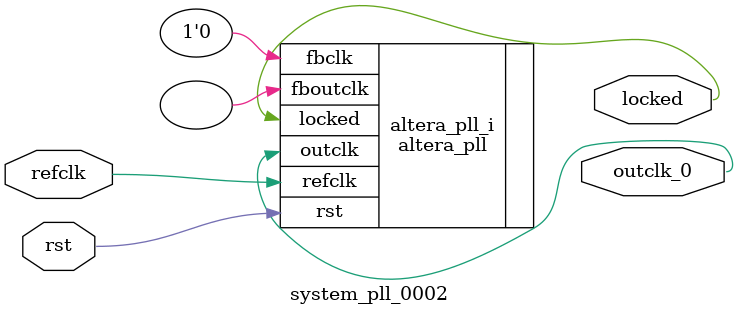
<source format=v>
`timescale 1ns/10ps
module  system_pll_0002(

	// interface 'refclk'
	input wire refclk,

	// interface 'reset'
	input wire rst,

	// interface 'outclk0'
	output wire outclk_0,

	// interface 'locked'
	output wire locked
);

	altera_pll #(
		.fractional_vco_multiplier("false"),
		.reference_clock_frequency("38.4 MHz"),
		.operation_mode("normal"),
		.number_of_clocks(1),
		.output_clock_frequency0("80.000000 MHz"),
		.phase_shift0("0 ps"),
		.duty_cycle0(50),
		.output_clock_frequency1("0 MHz"),
		.phase_shift1("0 ps"),
		.duty_cycle1(50),
		.output_clock_frequency2("0 MHz"),
		.phase_shift2("0 ps"),
		.duty_cycle2(50),
		.output_clock_frequency3("0 MHz"),
		.phase_shift3("0 ps"),
		.duty_cycle3(50),
		.output_clock_frequency4("0 MHz"),
		.phase_shift4("0 ps"),
		.duty_cycle4(50),
		.output_clock_frequency5("0 MHz"),
		.phase_shift5("0 ps"),
		.duty_cycle5(50),
		.output_clock_frequency6("0 MHz"),
		.phase_shift6("0 ps"),
		.duty_cycle6(50),
		.output_clock_frequency7("0 MHz"),
		.phase_shift7("0 ps"),
		.duty_cycle7(50),
		.output_clock_frequency8("0 MHz"),
		.phase_shift8("0 ps"),
		.duty_cycle8(50),
		.output_clock_frequency9("0 MHz"),
		.phase_shift9("0 ps"),
		.duty_cycle9(50),
		.output_clock_frequency10("0 MHz"),
		.phase_shift10("0 ps"),
		.duty_cycle10(50),
		.output_clock_frequency11("0 MHz"),
		.phase_shift11("0 ps"),
		.duty_cycle11(50),
		.output_clock_frequency12("0 MHz"),
		.phase_shift12("0 ps"),
		.duty_cycle12(50),
		.output_clock_frequency13("0 MHz"),
		.phase_shift13("0 ps"),
		.duty_cycle13(50),
		.output_clock_frequency14("0 MHz"),
		.phase_shift14("0 ps"),
		.duty_cycle14(50),
		.output_clock_frequency15("0 MHz"),
		.phase_shift15("0 ps"),
		.duty_cycle15(50),
		.output_clock_frequency16("0 MHz"),
		.phase_shift16("0 ps"),
		.duty_cycle16(50),
		.output_clock_frequency17("0 MHz"),
		.phase_shift17("0 ps"),
		.duty_cycle17(50),
		.pll_type("General"),
		.pll_subtype("General")
	) altera_pll_i (
		.rst	(rst),
		.outclk	({outclk_0}),
		.locked	(locked),
		.fboutclk	( ),
		.fbclk	(1'b0),
		.refclk	(refclk)
	);
endmodule


</source>
